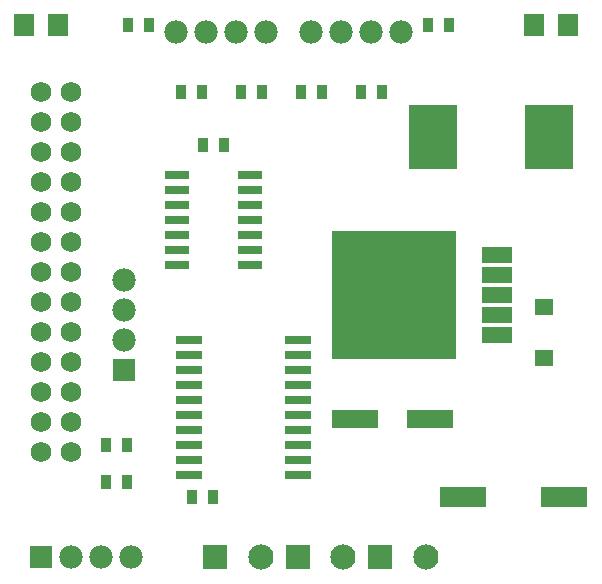
<source format=gts>
G75*
G70*
%OFA0B0*%
%FSLAX24Y24*%
%IPPOS*%
%LPD*%
%AMOC8*
5,1,8,0,0,1.08239X$1,22.5*
%
%ADD10R,0.0840X0.0300*%
%ADD11R,0.0840X0.0840*%
%ADD12C,0.0840*%
%ADD13C,0.0780*%
%ADD14R,0.0780X0.0780*%
%ADD15R,0.0670X0.0750*%
%ADD16R,0.0355X0.0512*%
%ADD17C,0.0690*%
%ADD18R,0.4138X0.4292*%
%ADD19R,0.1040X0.0540*%
%ADD20R,0.1615X0.2166*%
%ADD21R,0.0619X0.0540*%
%ADD22R,0.1536X0.0591*%
%ADD23R,0.1575X0.0670*%
%ADD24R,0.0906X0.0276*%
D10*
X006200Y011410D03*
X006200Y011910D03*
X006200Y012410D03*
X006200Y012910D03*
X006200Y013410D03*
X006200Y013910D03*
X006200Y014410D03*
X008620Y014410D03*
X008620Y013910D03*
X008620Y013410D03*
X008620Y012910D03*
X008620Y012410D03*
X008620Y011910D03*
X008620Y011410D03*
D11*
X007465Y001660D03*
X010215Y001660D03*
X012965Y001660D03*
D12*
X011733Y001660D03*
X008983Y001660D03*
X014483Y001660D03*
D13*
X004660Y001660D03*
X003660Y001660D03*
X002660Y001660D03*
X004410Y008910D03*
X004410Y009910D03*
X004410Y010910D03*
X006160Y019160D03*
X007160Y019160D03*
X008160Y019160D03*
X009160Y019160D03*
X010660Y019160D03*
X011660Y019160D03*
X012660Y019160D03*
X013660Y019160D03*
D14*
X001660Y001660D03*
X004410Y007910D03*
D15*
X002220Y019410D03*
X001100Y019410D03*
X018100Y019410D03*
X019220Y019410D03*
D16*
X015264Y019410D03*
X014556Y019410D03*
X013014Y017160D03*
X012306Y017160D03*
X011014Y017160D03*
X010306Y017160D03*
X009014Y017160D03*
X008306Y017160D03*
X007014Y017160D03*
X006306Y017160D03*
X007056Y015410D03*
X007764Y015410D03*
X005264Y019410D03*
X004556Y019410D03*
X004514Y005410D03*
X003806Y005410D03*
X003806Y004160D03*
X004514Y004160D03*
X006681Y003660D03*
X007389Y003660D03*
D17*
X002660Y005160D03*
X002660Y006160D03*
X002660Y007160D03*
X002660Y008160D03*
X002660Y009160D03*
X002660Y010160D03*
X002660Y011160D03*
X002660Y012160D03*
X002660Y013160D03*
X002660Y014160D03*
X002660Y015160D03*
X002660Y016160D03*
X002660Y017160D03*
X001660Y017160D03*
X001660Y016160D03*
X001660Y015160D03*
X001660Y014160D03*
X001660Y013160D03*
X001660Y012160D03*
X001660Y011160D03*
X001660Y010160D03*
X001660Y009160D03*
X001660Y008160D03*
X001660Y007160D03*
X001660Y006160D03*
X001660Y005160D03*
D18*
X013410Y010410D03*
D19*
X016847Y010410D03*
X016847Y009740D03*
X016847Y009070D03*
X016847Y011080D03*
X016847Y011750D03*
D20*
X018589Y015660D03*
X014731Y015660D03*
D21*
X018410Y010006D03*
X018410Y008314D03*
D22*
X014624Y006285D03*
X012104Y006285D03*
D23*
X015737Y003660D03*
X019083Y003660D03*
D24*
X010221Y004410D03*
X010221Y004910D03*
X010221Y005410D03*
X010221Y005910D03*
X010221Y006410D03*
X010221Y006910D03*
X010221Y007410D03*
X010221Y007910D03*
X010221Y008410D03*
X010221Y008910D03*
X006599Y008910D03*
X006599Y008410D03*
X006599Y007910D03*
X006599Y007410D03*
X006599Y006910D03*
X006599Y006410D03*
X006599Y005910D03*
X006599Y005410D03*
X006599Y004910D03*
X006599Y004410D03*
M02*

</source>
